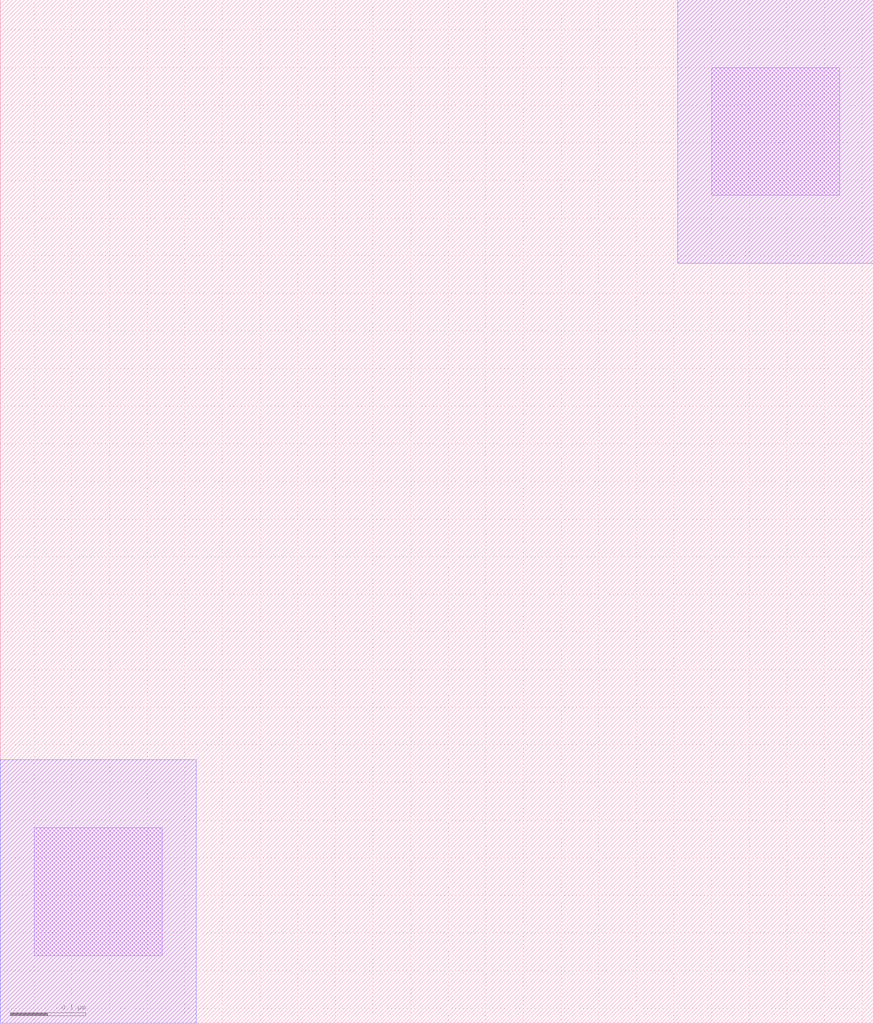
<source format=lef>
# Copyright 2020 The SkyWater PDK Authors
#
# Licensed under the Apache License, Version 2.0 (the "License");
# you may not use this file except in compliance with the License.
# You may obtain a copy of the License at
#
#     https://www.apache.org/licenses/LICENSE-2.0
#
# Unless required by applicable law or agreed to in writing, software
# distributed under the License is distributed on an "AS IS" BASIS,
# WITHOUT WARRANTIES OR CONDITIONS OF ANY KIND, either express or implied.
# See the License for the specific language governing permissions and
# limitations under the License.
#
# SPDX-License-Identifier: Apache-2.0

VERSION 5.7 ;
  NOWIREEXTENSIONATPIN ON ;
  DIVIDERCHAR "/" ;
  BUSBITCHARS "[]" ;
MACRO sky130_fd_bd_sram__sram_dp_swldrv_mcon_a
  CLASS BLOCK ;
  FOREIGN sky130_fd_bd_sram__sram_dp_swldrv_mcon_a ;
  ORIGIN  0.045000  0.020000 ;
  SIZE  1.160000 BY  1.360000 ;
  OBS
    LAYER li1 ;
      RECT 0.000000 0.070000 0.170000 0.240000 ;
      RECT 0.900000 1.080000 1.070000 1.250000 ;
    LAYER met1 ;
      RECT -0.045000 -0.020000 0.215000 0.330000 ;
      RECT  0.855000  0.990000 1.115000 1.340000 ;
  END
END sky130_fd_bd_sram__sram_dp_swldrv_mcon_a
END LIBRARY

</source>
